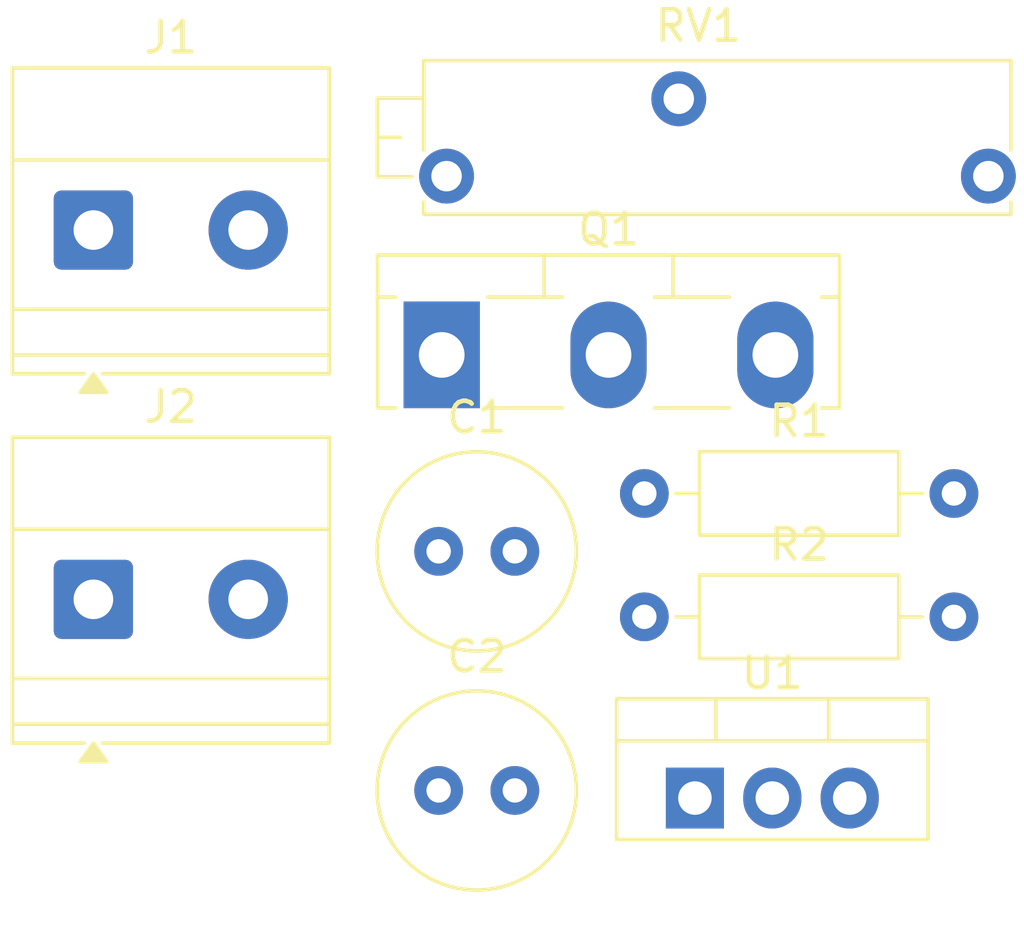
<source format=kicad_pcb>
(kicad_pcb (version 20241229) (generator "pcbnew") (generator_version "9.0")
  (layers (0 "F.Cu" signal) (2 "B.Cu" signal) (13 "F.Paste" user) (15 "B.Paste" user) (5 "F.SilkS" user "F.Silkscreen") (7 "B.SilkS" user "B.Silkscreen") (1 "F.Mask" user) (3 "B.Mask" user) (25 "Edge.Cuts" user))
  (net 0 "")
  (net 1 "Net-(J1-Pin_2)")
  (net 2 "Earth_Protective")
  (net 3 "Net-(J2-Pin_1)")
  (net 4 "Net-(Q1-B)")
  (net 5 "Net-(U1-ADJ)")
  (footprint "Resistor_THT:R_Axial_DIN0207_L6.3mm_D2.5mm_P10.16mm_Horizontal" (layer "F.Cu") (at 138.26 111.5)
    (property "Reference" "R1" (at 5.08 -2.37 0) (layer "F.SilkS"))
    (property "Value" "10R")
    (fp_line (start 1.04 0) (end 1.81 0) (stroke (width 0.12)) (layer "F.SilkS"))
    (fp_line (start 9.12 0) (end 8.35 0) (stroke (width 0.12)) (layer "F.SilkS"))
    (fp_rect (start 1.81 -1.37) (end 8.35 1.37) (stroke (width 0.12)) (fill no) (layer "F.SilkS"))
    (pad "1" thru_hole circle (at 0 0) (size 1.6 1.6) (drill 0.8) (layers "*.Cu" "*.Mask") (net 4 "Net-(Q1-B)"))
    (pad "2" thru_hole circle (at 10.16 0) (size 1.6 1.6) (drill 0.8) (layers "*.Cu" "*.Mask") (net 1 "Net-(J1-Pin_2)"))
  )
  (footprint "TerminalBlock_Phoenix:TerminalBlock_Phoenix_MKDS-1,5-2-5.08_1x02_P5.08mm_Horizontal" (layer "F.Cu") (at 120.18 102.85)
    (property "Reference" "J1" (at 2.54 -6.32 0) (layer "F.SilkS"))
    (property "Value" "-30V+ IN")
    (fp_line (start -2.66 -5.32) (end 7.74 -5.32) (stroke (width 0.12)) (layer "F.SilkS"))
    (fp_line (start -2.66 -2.3) (end 7.74 -2.3) (stroke (width 0.12)) (layer "F.SilkS"))
    (fp_line (start -2.66 2.6) (end 7.74 2.6) (stroke (width 0.12)) (layer "F.SilkS"))
    (fp_line (start -2.66 4.1) (end 7.74 4.1) (stroke (width 0.12)) (layer "F.SilkS"))
    (fp_line (start -2.66 4.72) (end -2.66 -5.32) (stroke (width 0.12)) (layer "F.SilkS"))
    (fp_line (start -0.3 4.72) (end -2.66 4.72) (stroke (width 0.12)) (layer "F.SilkS"))
    (fp_line (start 7.74 -5.32) (end 7.74 4.72) (stroke (width 0.12)) (layer "F.SilkS"))
    (fp_line (start 7.74 4.72) (end 0.3 4.72) (stroke (width 0.12)) (layer "F.SilkS"))
    (fp_poly (pts (xy 0 4.72) (xy 0.44 5.33) (xy -0.44 5.33)) (stroke (width 0.12)) (fill yes) (layer "F.SilkS"))
    (pad "1" thru_hole roundrect (at 0 0) (size 2.6 2.6) (drill 1.3) (layers "*.Cu" "*.Mask") (roundrect_rratio 0.096154) (net 2 "Earth_Protective"))
    (pad "2" thru_hole circle (at 5.08 0) (size 2.6 2.6) (drill 1.3) (layers "*.Cu" "*.Mask") (net 1 "Net-(J1-Pin_2)"))
  )
  (footprint "Package_TO_SOT_THT:TO-218-3_Vertical" (layer "F.Cu") (at 131.61 106.95)
    (property "Reference" "Q1" (at 5.48 -4.12 0) (layer "F.SilkS"))
    (property "Value" "TIP2955")
    (fp_line (start -2.105 -3.28) (end 13.055 -3.28) (stroke (width 0.12)) (layer "F.SilkS"))
    (fp_line (start -2.105 -1.9) (end -1.51 -1.9) (stroke (width 0.12)) (layer "F.SilkS"))
    (fp_line (start -2.105 1.74) (end -2.105 -3.28) (stroke (width 0.12)) (layer "F.SilkS"))
    (fp_line (start -1.51 1.74) (end -2.105 1.74) (stroke (width 0.12)) (layer "F.SilkS"))
    (fp_line (start 1.51 -1.9) (end 3.965 -1.9) (stroke (width 0.12)) (layer "F.SilkS"))
    (fp_line (start 3.36 -3.28) (end 3.36 -1.9) (stroke (width 0.12)) (layer "F.SilkS"))
    (fp_line (start 3.965 1.74) (end 1.51 1.74) (stroke (width 0.12)) (layer "F.SilkS"))
    (fp_line (start 6.985 -1.9) (end 9.44 -1.9) (stroke (width 0.12)) (layer "F.SilkS"))
    (fp_line (start 7.59 -3.28) (end 7.59 -1.9) (stroke (width 0.12)) (layer "F.SilkS"))
    (fp_line (start 9.44 1.74) (end 6.985 1.74) (stroke (width 0.12)) (layer "F.SilkS"))
    (fp_line (start 12.46 -1.9) (end 13.055 -1.9) (stroke (width 0.12)) (layer "F.SilkS"))
    (fp_line (start 13.055 -3.28) (end 13.055 1.74) (stroke (width 0.12)) (layer "F.SilkS"))
    (fp_line (start 13.055 1.74) (end 12.46 1.74) (stroke (width 0.12)) (layer "F.SilkS"))
    (pad "1" thru_hole rect (at 0 0) (size 2.5 3.5) (drill 1.5) (layers "*.Cu" "*.Mask") (net 4 "Net-(Q1-B)"))
    (pad "2" thru_hole oval (at 5.475 0) (size 2.5 3.5) (drill 1.5) (layers "*.Cu" "*.Mask") (net 3 "Net-(J2-Pin_1)"))
    (pad "3" thru_hole oval (at 10.95 0) (size 2.5 3.5) (drill 1.5) (layers "*.Cu" "*.Mask") (net 1 "Net-(J1-Pin_2)"))
  )
  (footprint "Capacitor_THT:C_Radial_D6.3mm_H5.0mm_P2.50mm" (layer "F.Cu") (at 131.51 121.25)
    (property "Reference" "C2" (at 1.25 -4.4 0) (layer "F.SilkS"))
    (property "Value" "200U")
    (fp_circle (center 1.25 0) (end 4.52 0) (stroke (width 0.12)) (fill no) (layer "F.SilkS"))
    (pad "1" thru_hole circle (at 0 0) (size 1.6 1.6) (drill 0.8) (layers "*.Cu" "*.Mask") (net 3 "Net-(J2-Pin_1)"))
    (pad "2" thru_hole circle (at 2.5 0) (size 1.6 1.6) (drill 0.8) (layers "*.Cu" "*.Mask") (net 2 "Earth_Protective"))
  )
  (footprint "Capacitor_THT:C_Radial_D6.3mm_H5.0mm_P2.50mm" (layer "F.Cu") (at 131.51 113.4)
    (property "Reference" "C1" (at 1.25 -4.4 0) (layer "F.SilkS"))
    (property "Value" "220U")
    (fp_circle (center 1.25 0) (end 4.52 0) (stroke (width 0.12)) (fill no) (layer "F.SilkS"))
    (pad "1" thru_hole circle (at 0 0) (size 1.6 1.6) (drill 0.8) (layers "*.Cu" "*.Mask") (net 1 "Net-(J1-Pin_2)"))
    (pad "2" thru_hole circle (at 2.5 0) (size 1.6 1.6) (drill 0.8) (layers "*.Cu" "*.Mask") (net 2 "Earth_Protective"))
  )
  (footprint "Package_TO_SOT_THT:TO-220-3_Vertical" (layer "F.Cu") (at 139.92 121.5)
    (property "Reference" "U1" (at 2.54 -4.1 0) (layer "F.SilkS"))
    (property "Value" "LM317_TO-220")
    (fp_line (start -2.57 -3.26) (end 7.65 -3.26) (stroke (width 0.12)) (layer "F.SilkS"))
    (fp_line (start -2.57 -1.88) (end 7.65 -1.88) (stroke (width 0.12)) (layer "F.SilkS"))
    (fp_line (start -2.57 1.36) (end -2.57 -3.26) (stroke (width 0.12)) (layer "F.SilkS"))
    (fp_line (start 0.69 -3.26) (end 0.69 -1.88) (stroke (width 0.12)) (layer "F.SilkS"))
    (fp_line (start 4.39 -3.26) (end 4.39 -1.88) (stroke (width 0.12)) (layer "F.SilkS"))
    (fp_line (start 7.65 -3.26) (end 7.65 1.36) (stroke (width 0.12)) (layer "F.SilkS"))
    (fp_line (start 7.65 1.36) (end -2.57 1.36) (stroke (width 0.12)) (layer "F.SilkS"))
    (pad "1" thru_hole rect (at 0 0) (size 1.905 2) (drill 1.1) (layers "*.Cu" "*.Mask") (net 5 "Net-(U1-ADJ)"))
    (pad "2" thru_hole oval (at 2.54 0) (size 1.905 2) (drill 1.1) (layers "*.Cu" "*.Mask") (net 3 "Net-(J2-Pin_1)"))
    (pad "3" thru_hole oval (at 5.08 0) (size 1.905 2) (drill 1.1) (layers "*.Cu" "*.Mask") (net 4 "Net-(Q1-B)"))
  )
  (footprint "Potentiometer_THT:Potentiometer_Bourns_3009Y_Horizontal" (layer "F.Cu") (at 149.55 101.08)
    (property "Reference" "RV1" (at -9.52 -4.935 0) (layer "F.SilkS"))
    (property "Value" "5K")
    (fp_line (start -20.05 -2.56) (end -18.53 -2.56) (stroke (width 0.12)) (layer "F.SilkS"))
    (fp_line (start -20.05 -1.27) (end -19.29 -1.27) (stroke (width 0.12)) (layer "F.SilkS"))
    (fp_line (start -20.05 0.02) (end -20.05 -2.56) (stroke (width 0.12)) (layer "F.SilkS"))
    (fp_line (start -18.91 0.02) (end -20.05 0.02) (stroke (width 0.12)) (layer "F.SilkS"))
    (fp_line (start -18.53 -3.795) (end 0.74 -3.795) (stroke (width 0.12)) (layer "F.SilkS"))
    (fp_line (start -18.53 -2.56) (end -18.53 -0.845) (stroke (width 0.12)) (layer "F.SilkS"))
    (fp_line (start -18.53 -0.845) (end -18.53 -3.795) (stroke (width 0.12)) (layer "F.SilkS"))
    (fp_line (start -18.53 1.255) (end -18.53 0.845) (stroke (width 0.12)) (layer "F.SilkS"))
    (fp_line (start 0.74 -3.795) (end 0.74 -0.854) (stroke (width 0.12)) (layer "F.SilkS"))
    (fp_line (start 0.74 0.854) (end 0.74 1.255) (stroke (width 0.12)) (layer "F.SilkS"))
    (fp_line (start 0.74 1.255) (end -18.53 1.255) (stroke (width 0.12)) (layer "F.SilkS"))
    (pad "1" thru_hole circle (at 0 0) (size 1.8 1.8) (drill 1) (layers "*.Cu" "*.Mask") (net 5 "Net-(U1-ADJ)"))
    (pad "2" thru_hole circle (at -10.16 -2.54) (size 1.8 1.8) (drill 1) (layers "*.Cu" "*.Mask") (net 5 "Net-(U1-ADJ)"))
    (pad "3" thru_hole circle (at -17.78 0) (size 1.8 1.8) (drill 1) (layers "*.Cu" "*.Mask") (net 2 "Earth_Protective"))
  )
  (footprint "Resistor_THT:R_Axial_DIN0207_L6.3mm_D2.5mm_P10.16mm_Horizontal" (layer "F.Cu") (at 138.26 115.55)
    (property "Reference" "R2" (at 5.08 -2.37 0) (layer "F.SilkS"))
    (property "Value" "220R")
    (fp_line (start 1.04 0) (end 1.81 0) (stroke (width 0.12)) (layer "F.SilkS"))
    (fp_line (start 9.12 0) (end 8.35 0) (stroke (width 0.12)) (layer "F.SilkS"))
    (fp_rect (start 1.81 -1.37) (end 8.35 1.37) (stroke (width 0.12)) (fill no) (layer "F.SilkS"))
    (pad "1" thru_hole circle (at 0 0) (size 1.6 1.6) (drill 0.8) (layers "*.Cu" "*.Mask") (net 3 "Net-(J2-Pin_1)"))
    (pad "2" thru_hole circle (at 10.16 0) (size 1.6 1.6) (drill 0.8) (layers "*.Cu" "*.Mask") (net 5 "Net-(U1-ADJ)"))
  )
  (footprint "TerminalBlock_Phoenix:TerminalBlock_Phoenix_MKDS-1,5-2-5.08_1x02_P5.08mm_Horizontal" (layer "F.Cu") (at 120.18 114.975)
    (property "Reference" "J2" (at 2.54 -6.32 0) (layer "F.SilkS"))
    (property "Value" "-30V+ OUT")
    (fp_line (start -2.66 -5.32) (end 7.74 -5.32) (stroke (width 0.12)) (layer "F.SilkS"))
    (fp_line (start -2.66 -2.3) (end 7.74 -2.3) (stroke (width 0.12)) (layer "F.SilkS"))
    (fp_line (start -2.66 2.6) (end 7.74 2.6) (stroke (width 0.12)) (layer "F.SilkS"))
    (fp_line (start -2.66 4.1) (end 7.74 4.1) (stroke (width 0.12)) (layer "F.SilkS"))
    (fp_line (start -2.66 4.72) (end -2.66 -5.32) (stroke (width 0.12)) (layer "F.SilkS"))
    (fp_line (start -0.3 4.72) (end -2.66 4.72) (stroke (width 0.12)) (layer "F.SilkS"))
    (fp_line (start 7.74 -5.32) (end 7.74 4.72) (stroke (width 0.12)) (layer "F.SilkS"))
    (fp_line (start 7.74 4.72) (end 0.3 4.72) (stroke (width 0.12)) (layer "F.SilkS"))
    (fp_poly (pts (xy 0 4.72) (xy 0.44 5.33) (xy -0.44 5.33)) (stroke (width 0.12)) (fill yes) (layer "F.SilkS"))
    (pad "1" thru_hole roundrect (at 0 0) (size 2.6 2.6) (drill 1.3) (layers "*.Cu" "*.Mask") (roundrect_rratio 0.096154) (net 3 "Net-(J2-Pin_1)"))
    (pad "2" thru_hole circle (at 5.08 0) (size 2.6 2.6) (drill 1.3) (layers "*.Cu" "*.Mask") (net 2 "Earth_Protective"))
  )
)
</source>
